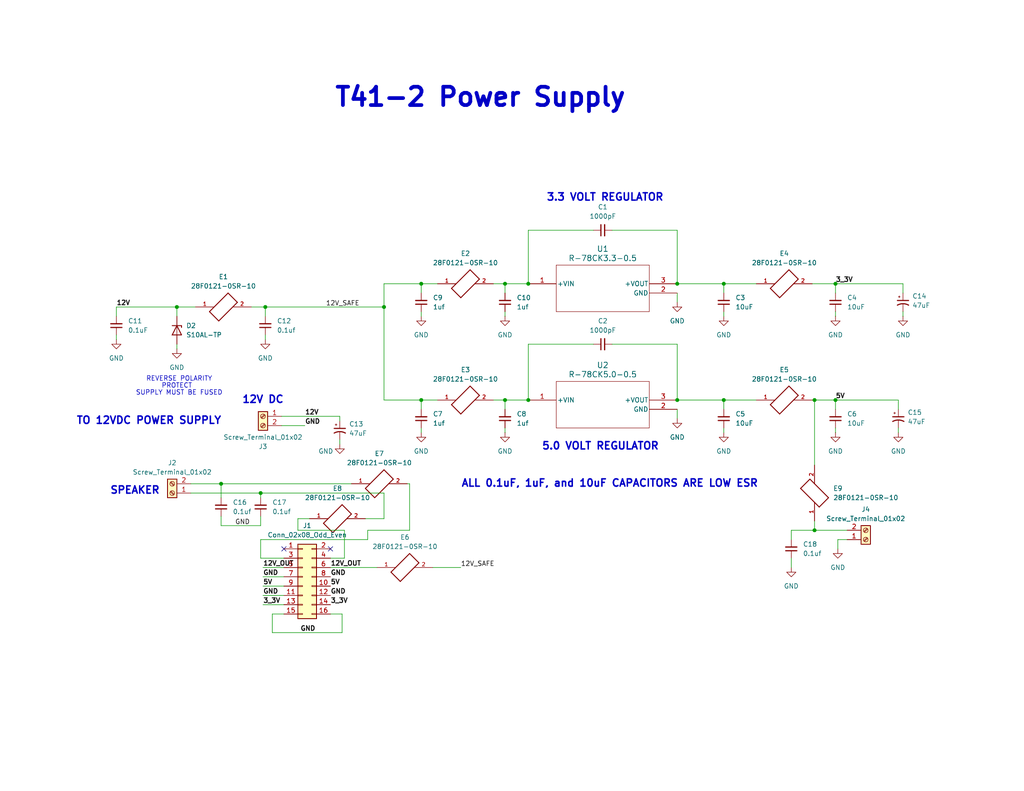
<source format=kicad_sch>
(kicad_sch (version 20231120) (generator "eeschema") (generator_version "8.0")
  (paper "USLetter")
  (title_block (title "T41-2 Power Supply") (date "2024-04-02") (company "Greg KF5N"))
  (lib_symbols
    (symbol "Connector:Screw_Terminal_01x02" (pin_names (offset 1.016) hide)
      (property "Reference" "J" (at 0 2.54 0))
      (property "Value" "Screw_Terminal_01x02" (at 0 -5.08 0))
      (symbol "Screw_Terminal_01x02_1_1"
        (rectangle (start -1.27 1.27) (end 1.27 -3.81) (stroke (width 0.254)) (fill (type background)))
        (circle (center 0 -2.54) (radius 0.635) (stroke (width 0.1524)))
        (polyline (pts (xy -0.5334 -2.2098) (xy 0.3302 -3.048)) (stroke (width 0.1524)))
        (polyline (pts (xy -0.5334 0.3302) (xy 0.3302 -0.508)) (stroke (width 0.1524)))
        (polyline (pts (xy -0.3556 -2.032) (xy 0.508 -2.8702)) (stroke (width 0.1524)))
        (polyline (pts (xy -0.3556 0.508) (xy 0.508 -0.3302)) (stroke (width 0.1524)))
        (circle (center 0 0) (radius 0.635) (stroke (width 0.1524)))
        (pin passive line (at -5.08 0 0) (length 3.81) (name "Pin_1") (number "1"))
        (pin passive line (at -5.08 -2.54 0) (length 3.81) (name "Pin_2") (number "2"))
      )
    )
    (symbol "Connector_Generic:Conn_02x08_Odd_Even" (pin_names (offset 1.016) hide)
      (property "Reference" "J" (at 1.27 10.16 0))
      (property "Value" "Conn_02x08_Odd_Even" (at 1.27 -12.7 0))
      (symbol "Conn_02x08_Odd_Even_1_1"
        (rectangle (start -1.27 -10.033) (end 0 -10.287) (stroke (width 0.1524)))
        (rectangle (start -1.27 -7.493) (end 0 -7.747) (stroke (width 0.1524)))
        (rectangle (start -1.27 -4.953) (end 0 -5.207) (stroke (width 0.1524)))
        (rectangle (start -1.27 -2.413) (end 0 -2.667) (stroke (width 0.1524)))
        (rectangle (start -1.27 0.127) (end 0 -0.127) (stroke (width 0.1524)))
        (rectangle (start -1.27 2.667) (end 0 2.413) (stroke (width 0.1524)))
        (rectangle (start -1.27 5.207) (end 0 4.953) (stroke (width 0.1524)))
        (rectangle (start -1.27 7.747) (end 0 7.493) (stroke (width 0.1524)))
        (rectangle (start -1.27 8.89) (end 3.81 -11.43) (stroke (width 0.254)) (fill (type background)))
        (rectangle (start 3.81 -10.033) (end 2.54 -10.287) (stroke (width 0.1524)))
        (rectangle (start 3.81 -7.493) (end 2.54 -7.747) (stroke (width 0.1524)))
        (rectangle (start 3.81 -4.953) (end 2.54 -5.207) (stroke (width 0.1524)))
        (rectangle (start 3.81 -2.413) (end 2.54 -2.667) (stroke (width 0.1524)))
        (rectangle (start 3.81 0.127) (end 2.54 -0.127) (stroke (width 0.1524)))
        (rectangle (start 3.81 2.667) (end 2.54 2.413) (stroke (width 0.1524)))
        (rectangle (start 3.81 5.207) (end 2.54 4.953) (stroke (width 0.1524)))
        (rectangle (start 3.81 7.747) (end 2.54 7.493) (stroke (width 0.1524)))
        (pin passive line (at -5.08 7.62 0) (length 3.81) (name "Pin_1") (number "1"))
        (pin passive line (at 7.62 -2.54 180) (length 3.81) (name "Pin_10") (number "10"))
        (pin passive line (at -5.08 -5.08 0) (length 3.81) (name "Pin_11") (number "11"))
        (pin passive line (at 7.62 -5.08 180) (length 3.81) (name "Pin_12") (number "12"))
        (pin passive line (at -5.08 -7.62 0) (length 3.81) (name "Pin_13") (number "13"))
        (pin passive line (at 7.62 -7.62 180) (length 3.81) (name "Pin_14") (number "14"))
        (pin passive line (at -5.08 -10.16 0) (length 3.81) (name "Pin_15") (number "15"))
        (pin passive line (at 7.62 -10.16 180) (length 3.81) (name "Pin_16") (number "16"))
        (pin passive line (at 7.62 7.62 180) (length 3.81) (name "Pin_2") (number "2"))
        (pin passive line (at -5.08 5.08 0) (length 3.81) (name "Pin_3") (number "3"))
        (pin passive line (at 7.62 5.08 180) (length 3.81) (name "Pin_4") (number "4"))
        (pin passive line (at -5.08 2.54 0) (length 3.81) (name "Pin_5") (number "5"))
        (pin passive line (at 7.62 2.54 180) (length 3.81) (name "Pin_6") (number "6"))
        (pin passive line (at -5.08 0 0) (length 3.81) (name "Pin_7") (number "7"))
        (pin passive line (at 7.62 0 180) (length 3.81) (name "Pin_8") (number "8"))
        (pin passive line (at -5.08 -2.54 0) (length 3.81) (name "Pin_9") (number "9"))
      )
    )
    (symbol "Device:C_Polarized_Small_US" (pin_numbers hide) (pin_names (offset 0.254) hide)
      (property "Reference" "C" (at 0.254 1.778 0))
      (property "Value" "C_Polarized_Small_US" (at 0.254 -2.032 0))
      (symbol "C_Polarized_Small_US_0_1"
        (polyline (pts (xy -1.524 0.508) (xy 1.524 0.508)) (stroke (width 0.3048)))
        (polyline (pts (xy -1.27 1.524) (xy -0.762 1.524)))
        (polyline (pts (xy -1.016 1.27) (xy -1.016 1.778)))
        (arc (start 1.524 -0.762) (mid 0 -0.3734) (end -1.524 -0.762) (stroke (width 0.3048)))
      )
      (symbol "C_Polarized_Small_US_1_1"
        (pin passive line (at 0 2.54 270) (length 2.032) (name "~") (number "1"))
        (pin passive line (at 0 -2.54 90) (length 2.032) (name "~") (number "2"))
      )
    )
    (symbol "Device:C_Small" (pin_numbers hide) (pin_names (offset 0.254) hide)
      (property "Reference" "C" (at 0.254 1.778 0))
      (property "Value" "C_Small" (at 0.254 -2.032 0))
      (symbol "C_Small_0_1"
        (polyline (pts (xy -1.524 -0.508) (xy 1.524 -0.508)) (stroke (width 0.3302)))
        (polyline (pts (xy -1.524 0.508) (xy 1.524 0.508)) (stroke (width 0.3048)))
      )
      (symbol "C_Small_1_1"
        (pin passive line (at 0 2.54 270) (length 2.032) (name "~") (number "1"))
        (pin passive line (at 0 -2.54 90) (length 2.032) (name "~") (number "2"))
      )
    )
    (symbol "Diode:Z3SMCxxx" (pin_numbers hide) (pin_names hide)
      (property "Reference" "D" (at 0 2.54 0))
      (property "Value" "Z3SMCxxx" (at 0 -2.54 0))
      (symbol "Z3SMCxxx_0_1"
        (polyline (pts (xy 1.27 0) (xy -1.27 0)))
        (polyline (pts (xy -1.27 -1.27) (xy -1.27 1.27) (xy -0.762 1.27)) (stroke (width 0.254)))
        (polyline (pts (xy 1.27 -1.27) (xy 1.27 1.27) (xy -1.27 0) (xy 1.27 -1.27)) (stroke (width 0.254)))
      )
      (symbol "Z3SMCxxx_1_1"
        (pin passive line (at -3.81 0 0) (length 2.54) (name "K") (number "1"))
        (pin passive line (at 3.81 0 180) (length 2.54) (name "A") (number "2"))
      )
    )
    (symbol "LairdFerrBead:28F0121-0SR-10" (pin_names (offset 1.016))
      (property "Reference" "E" (at -7.6244 5.0815 0))
      (property "Value" "28F0121-0SR-10" (at -7.63 -7.6266 0))
      (symbol "28F0121-0SR-10_0_0"
        (polyline (pts (xy -3.81 -1.27) (xy -1.27 -3.81)) (stroke (width 0.254)))
        (polyline (pts (xy -1.27 -3.81) (xy 3.81 1.27)) (stroke (width 0.254)))
        (polyline (pts (xy 1.27 3.81) (xy -3.81 -1.27)) (stroke (width 0.254)))
        (polyline (pts (xy 3.81 1.27) (xy 1.27 3.81)) (stroke (width 0.254)))
        (pin passive line (at -7.62 0 0) (length 5.08) (name "~") (number "1"))
        (pin passive line (at 7.62 0 180) (length 5.08) (name "~") (number "2"))
      )
    )
    (symbol "R78CK3_3_0:R-78CK3.3-0.5" (pin_names (offset 0.254))
      (property "Reference" "U" (at 20.32 10.16 0))
      (property "Value" "R-78CK3.3-0.5" (at 20.32 7.62 0))
      (symbol "R-78CK3.3-0.5_0_1"
        (polyline (pts (xy 7.62 -7.62) (xy 33.02 -7.62)) (stroke (width 0.127)))
        (polyline (pts (xy 7.62 5.08) (xy 7.62 -7.62)) (stroke (width 0.127)))
        (polyline (pts (xy 33.02 -7.62) (xy 33.02 5.08)) (stroke (width 0.127)))
        (polyline (pts (xy 33.02 5.08) (xy 7.62 5.08)) (stroke (width 0.127)))
        (pin power_in line (at 0 0 0) (length 7.62) (name "+VIN") (number "1"))
        (pin power_out line (at 40.64 -2.54 180) (length 7.62) (name "GND") (number "2"))
        (pin power_in line (at 40.64 0 180) (length 7.62) (name "+VOUT") (number "3"))
      )
    )
    (symbol "power:GND" (power) (pin_numbers hide) (pin_names (offset 0) hide)
      (property "Value" "GND" (at 0 -3.81 0))
      (symbol "GND_0_1"
        (polyline (pts (xy 0 0) (xy 0 -1.27) (xy 1.27 -1.27) (xy 0 -2.54) (xy -1.27 -1.27) (xy 0 -1.27)))
      )
      (symbol "GND_1_1"
        (pin power_in line (at 0 0 270) (length 0) (name "~") (number "1"))
      )
    )
  )
  (junction (at 227.965 77.47))
  (junction (at 144.145 109.22))
  (junction (at 104.775 83.82))
  (junction (at 144.145 77.47))
  (junction (at 197.485 77.47))
  (junction (at 137.795 109.22))
  (junction (at 184.785 77.47))
  (junction (at 60.325 132.08))
  (junction (at 114.935 77.47))
  (junction (at 227.965 109.22))
  (junction (at 114.935 109.22))
  (junction (at 184.785 109.22))
  (junction (at 197.485 109.22))
  (junction (at 137.795 77.47))
  (junction (at 72.39 83.82))
  (junction (at 222.25 144.78))
  (junction (at 71.12 134.62))
  (junction (at 48.26 83.82))
  (junction (at 222.25 109.22))
  (no_connect (at 77.47 149.86))
  (no_connect (at 90.17 149.86))
  (wire (pts (xy 144.145 109.22) (xy 144.145 93.98)))
  (wire (pts (xy 228.6 147.32) (xy 228.6 149.86)))
  (wire (pts (xy 77.47 152.4) (xy 71.12 152.4)))
  (wire (pts (xy 71.755 154.94) (xy 77.47 154.94)))
  (wire (pts (xy 137.795 85.09) (xy 137.795 86.36)))
  (wire (pts (xy 197.485 80.01) (xy 197.485 77.47)))
  (wire (pts (xy 92.71 120.015) (xy 92.71 121.285)))
  (wire (pts (xy 137.795 77.47) (xy 144.145 77.47)))
  (wire (pts (xy 48.26 83.82) (xy 48.26 86.36)))
  (wire (pts (xy 72.39 91.44) (xy 72.39 92.71)))
  (wire (pts (xy 134.62 109.22) (xy 137.795 109.22)))
  (wire (pts (xy 111.76 132.08) (xy 111.125 132.08)))
  (wire (pts (xy 246.38 85.09) (xy 246.38 86.36)))
  (wire (pts (xy 215.9 144.78) (xy 222.25 144.78)))
  (wire (pts (xy 114.935 111.76) (xy 114.935 109.22)))
  (wire (pts (xy 104.775 77.47) (xy 104.775 83.82)))
  (wire (pts (xy 31.75 83.82) (xy 48.26 83.82)))
  (wire (pts (xy 68.58 83.82) (xy 72.39 83.82)))
  (wire (pts (xy 144.145 62.865) (xy 161.925 62.865)))
  (wire (pts (xy 227.965 109.22) (xy 245.11 109.22)))
  (wire (pts (xy 52.07 132.08) (xy 60.325 132.08)))
  (wire (pts (xy 114.935 77.47) (xy 104.775 77.47)))
  (wire (pts (xy 215.9 147.32) (xy 215.9 144.78)))
  (wire (pts (xy 48.26 93.98) (xy 48.26 95.25)))
  (wire (pts (xy 31.75 91.44) (xy 31.75 92.71)))
  (wire (pts (xy 114.935 85.09) (xy 114.935 86.36)))
  (wire (pts (xy 71.12 147.32) (xy 100.33 147.32)))
  (wire (pts (xy 104.775 141.605) (xy 99.695 141.605)))
  (wire (pts (xy 184.785 93.98) (xy 184.785 109.22)))
  (wire (pts (xy 114.935 80.01) (xy 114.935 77.47)))
  (wire (pts (xy 111.76 144.78) (xy 111.76 132.08)))
  (wire (pts (xy 167.005 93.98) (xy 184.785 93.98)))
  (wire (pts (xy 71.755 165.1) (xy 77.47 165.1)))
  (wire (pts (xy 222.25 142.24) (xy 222.25 144.78)))
  (wire (pts (xy 71.12 152.4) (xy 71.12 147.32)))
  (wire (pts (xy 137.795 77.47) (xy 137.795 80.01)))
  (wire (pts (xy 92.71 114.935) (xy 92.71 113.665)))
  (wire (pts (xy 104.775 134.62) (xy 104.775 141.605)))
  (wire (pts (xy 184.785 77.47) (xy 197.485 77.47)))
  (wire (pts (xy 52.07 134.62) (xy 71.12 134.62)))
  (wire (pts (xy 231.14 147.32) (xy 228.6 147.32)))
  (wire (pts (xy 104.775 109.22) (xy 114.935 109.22)))
  (wire (pts (xy 104.775 83.82) (xy 104.775 109.22)))
  (wire (pts (xy 71.755 160.02) (xy 77.47 160.02)))
  (wire (pts (xy 114.935 109.22) (xy 119.38 109.22)))
  (wire (pts (xy 222.25 144.78) (xy 231.14 144.78)))
  (wire (pts (xy 71.12 134.62) (xy 71.12 135.89)))
  (wire (pts (xy 227.965 77.47) (xy 246.38 77.47)))
  (wire (pts (xy 134.62 77.47) (xy 137.795 77.47)))
  (wire (pts (xy 31.75 86.36) (xy 31.75 83.82)))
  (wire (pts (xy 90.17 154.94) (xy 102.87 154.94)))
  (wire (pts (xy 197.485 116.84) (xy 197.485 118.11)))
  (wire (pts (xy 144.145 93.98) (xy 161.925 93.98)))
  (wire (pts (xy 60.325 132.08) (xy 60.325 135.89)))
  (wire (pts (xy 60.325 132.08) (xy 95.885 132.08)))
  (wire (pts (xy 184.785 109.22) (xy 197.485 109.22)))
  (wire (pts (xy 100.33 147.32) (xy 100.33 144.78)))
  (wire (pts (xy 227.965 77.47) (xy 227.965 80.01)))
  (wire (pts (xy 90.17 152.4) (xy 93.98 152.4)))
  (wire (pts (xy 245.11 116.84) (xy 245.11 118.11)))
  (wire (pts (xy 93.98 152.4) (xy 93.98 144.78)))
  (wire (pts (xy 90.17 167.64) (xy 93.345 167.64)))
  (wire (pts (xy 93.345 172.72) (xy 93.345 167.64)))
  (wire (pts (xy 245.11 109.22) (xy 245.11 111.76)))
  (wire (pts (xy 76.835 116.205) (xy 83.185 116.205)))
  (wire (pts (xy 197.485 109.22) (xy 197.485 111.76)))
  (wire (pts (xy 246.38 77.47) (xy 246.38 80.01)))
  (wire (pts (xy 72.39 83.82) (xy 104.775 83.82)))
  (wire (pts (xy 222.25 109.22) (xy 222.25 127)))
  (wire (pts (xy 114.935 116.84) (xy 114.935 118.11)))
  (wire (pts (xy 167.005 62.865) (xy 184.785 62.865)))
  (wire (pts (xy 221.615 109.22) (xy 222.25 109.22)))
  (wire (pts (xy 71.755 162.56) (xy 77.47 162.56)))
  (wire (pts (xy 100.33 144.78) (xy 111.76 144.78)))
  (wire (pts (xy 81.28 144.78) (xy 81.28 141.605)))
  (wire (pts (xy 118.11 154.94) (xy 125.73 154.94)))
  (wire (pts (xy 197.485 77.47) (xy 206.375 77.47)))
  (wire (pts (xy 137.795 109.22) (xy 137.795 111.76)))
  (wire (pts (xy 184.785 111.76) (xy 184.785 114.3)))
  (wire (pts (xy 184.785 62.865) (xy 184.785 77.47)))
  (wire (pts (xy 72.39 83.82) (xy 72.39 86.36)))
  (wire (pts (xy 76.835 113.665) (xy 92.71 113.665)))
  (wire (pts (xy 137.795 109.22) (xy 144.145 109.22)))
  (wire (pts (xy 184.785 80.01) (xy 184.785 82.55)))
  (wire (pts (xy 74.295 172.72) (xy 93.345 172.72)))
  (wire (pts (xy 114.935 77.47) (xy 119.38 77.47)))
  (wire (pts (xy 71.755 157.48) (xy 77.47 157.48)))
  (wire (pts (xy 222.25 109.22) (xy 227.965 109.22)))
  (wire (pts (xy 137.795 116.84) (xy 137.795 118.11)))
  (wire (pts (xy 215.9 152.4) (xy 215.9 154.94)))
  (wire (pts (xy 71.12 140.97) (xy 71.12 143.51)))
  (wire (pts (xy 93.98 144.78) (xy 81.28 144.78)))
  (wire (pts (xy 227.965 85.09) (xy 227.965 86.36)))
  (wire (pts (xy 221.615 77.47) (xy 227.965 77.47)))
  (wire (pts (xy 227.965 116.84) (xy 227.965 118.11)))
  (wire (pts (xy 60.325 143.51) (xy 60.325 140.97)))
  (wire (pts (xy 197.485 85.09) (xy 197.485 86.36)))
  (wire (pts (xy 77.47 167.64) (xy 74.295 167.64)))
  (wire (pts (xy 74.295 167.64) (xy 74.295 172.72)))
  (wire (pts (xy 71.12 143.51) (xy 60.325 143.51)))
  (wire (pts (xy 81.28 141.605) (xy 84.455 141.605)))
  (wire (pts (xy 227.965 109.22) (xy 227.965 111.76)))
  (wire (pts (xy 144.145 77.47) (xy 144.145 62.865)))
  (wire (pts (xy 71.12 134.62) (xy 104.775 134.62)))
  (wire (pts (xy 48.26 83.82) (xy 53.34 83.82)))
  (wire (pts (xy 197.485 109.22) (xy 206.375 109.22)))
  (text "SUPPLY MUST BE FUSED" (at 48.895 107.315 0) (effects (font (size 1.27 1.27))))
  (text "SPEAKER" (at 36.83 133.985 0) (effects (font (size 2 2) (thickness 0.4) (bold yes))))
  (text "T41-2 Power Supply" (at 131.064 26.67 0) (effects (font (size 5 5) (thickness 1.016) (bold yes))))
  (text "3.3 VOLT REGULATOR" (at 165.1 53.975 0) (effects (font (size 2 2) (bold yes))))
  (text "ALL 0.1uF, 1uF, and 10uF CAPACITORS ARE LOW ESR" (at 166.37 132.08 0) (effects (font (size 2 2) (thickness 0.4) (bold yes))))
  (text "12V DC" (at 71.755 109.22 0) (effects (font (size 2 2) (bold yes))))
  (text "REVERSE POLARITY" (at 48.895 103.505 0) (effects (font (size 1.27 1.27))))
  (text "PROTECT" (at 48.26 105.41 0) (effects (font (size 1.27 1.27))))
  (text "TO 12VDC POWER SUPPLY" (at 40.64 114.935 0) (effects (font (size 2 2) (thickness 0.4) (bold yes))))
  (text "5.0 VOLT REGULATOR" (at 163.83 121.92 0) (effects (font (size 2 2) (bold yes))))
  (label "3_3V" (at 227.965 77.47 0) (effects (font (bold yes))))
  (label "GND" (at 83.185 116.205 0) (effects (font (bold yes))))
  (label "GND" (at 64.135 143.51 0))
  (label "GND" (at 71.755 162.56 0) (effects (font (bold yes))))
  (label "GND" (at 81.915 172.72 0) (effects (font (bold yes))))
  (label "3_3V" (at 90.17 165.1 0) (effects (font (bold yes))))
  (label "12V_SAFE" (at 125.73 154.94 0))
  (label "5V" (at 71.755 160.02 0) (effects (font (bold yes))))
  (label "5V" (at 227.965 109.22 0) (effects (font (bold yes))))
  (label "GND" (at 90.17 162.56 0) (effects (font (bold yes))))
  (label "GND" (at 71.755 157.48 0) (effects (font (bold yes))))
  (label "5V" (at 90.17 160.02 0) (effects (font (bold yes))))
  (label "12V_SAFE" (at 88.9 83.82 0))
  (label "12V_OUT" (at 71.755 154.94 0) (effects (font (bold yes))))
  (label "12V" (at 31.75 83.82 0) (effects (font (bold yes))))
  (label "GND" (at 90.17 157.48 0) (effects (font (bold yes))))
  (label "12V" (at 83.185 113.665 0) (effects (font (bold yes))))
  (label "3_3V" (at 71.755 165.1 0) (effects (font (bold yes))))
  (label "12V_OUT" (at 90.17 154.94 0) (effects (font (bold yes))))
  (symbol (lib_id "LairdFerrBead:28F0121-0SR-10") (at 110.49 154.94 0) (unit 1)
    (property "Reference" "E6" (at 110.49 146.685 0))
    (property "Value" "28F0121-0SR-10" (at 110.49 149.225 0))
    (property "Footprint" "28F0121_0SR_10:FB_28F0121-0SR-10" (effects (hide yes)))
    (property "PARTREV" "J" (effects (hide yes)))
    (property "STANDARD" "Manufacturer Recommendations" (effects (hide yes)))
    (property "MAXIMUM_PACKAGE_HEIGHT" "3.05 mm" (effects (hide yes)))
    (property "MANUFACTURER" "Laird" (effects (hide yes)))
  )
  (symbol (lib_id "power:GND") (at 72.39 92.71 0) (unit 1)
    (property "Reference" "#PWR012" (effects (hide yes)))
    (property "Value" "GND" (at 72.39 97.79 0))
    (property "Description" "Power symbol creates a global label with name \"GND\" , ground" (effects (hide yes)))
  )
  (symbol (lib_id "power:GND") (at 228.6 149.86 0) (unit 1)
    (property "Reference" "#PWR017" (effects (hide yes)))
    (property "Value" "GND" (at 228.6 154.94 0))
    (property "Description" "Power symbol creates a global label with name \"GND\" , ground" (effects (hide yes)))
  )
  (symbol (lib_id "LairdFerrBead:28F0121-0SR-10") (at 213.995 77.47 0) (unit 1)
    (property "Reference" "E4" (at 213.995 69.215 0))
    (property "Value" "28F0121-0SR-10" (at 213.995 71.755 0))
    (property "Footprint" "28F0121_0SR_10:FB_28F0121-0SR-10" (effects (hide yes)))
    (property "PARTREV" "J" (effects (hide yes)))
    (property "STANDARD" "Manufacturer Recommendations" (effects (hide yes)))
    (property "MAXIMUM_PACKAGE_HEIGHT" "3.05 mm" (effects (hide yes)))
    (property "MANUFACTURER" "Laird" (effects (hide yes)))
  )
  (symbol (lib_id "Device:C_Small") (at 215.9 149.86 180) (unit 1)
    (property "Reference" "C18" (at 219.075 148.5835 0) (effects (justify right)))
    (property "Value" "0.1uf" (at 219.075 151.1235 0) (effects (justify right)))
    (property "Footprint" "Capacitor_SMD:C_1206_3216Metric" (effects (hide yes)))
    (property "Description" "Unpolarized capacitor, small symbol" (effects (hide yes)))
  )
  (symbol (lib_id "power:GND") (at 31.75 92.71 0) (unit 1)
    (property "Reference" "#PWR013" (effects (hide yes)))
    (property "Value" "GND" (at 31.75 97.79 0))
    (property "Description" "Power symbol creates a global label with name \"GND\" , ground" (effects (hide yes)))
  )
  (symbol (lib_id "power:GND") (at 92.71 121.285 0) (unit 1)
    (property "Reference" "#PWR014" (effects (hide yes)))
    (property "Value" "GND" (at 88.9 123.19 0))
    (property "Description" "Power symbol creates a global label with name \"GND\" , ground" (effects (hide yes)))
  )
  (symbol (lib_id "power:GND") (at 197.485 86.36 0) (unit 1)
    (property "Reference" "#PWR03" (effects (hide yes)))
    (property "Value" "GND" (at 197.485 91.44 0))
    (property "Description" "Power symbol creates a global label with name \"GND\" , ground" (effects (hide yes)))
  )
  (symbol (lib_id "LairdFerrBead:28F0121-0SR-10") (at 213.995 109.22 0) (unit 1)
    (property "Reference" "E5" (at 213.995 100.965 0))
    (property "Value" "28F0121-0SR-10" (at 213.995 103.505 0))
    (property "Footprint" "28F0121_0SR_10:FB_28F0121-0SR-10" (effects (hide yes)))
    (property "PARTREV" "J" (effects (hide yes)))
    (property "STANDARD" "Manufacturer Recommendations" (effects (hide yes)))
    (property "MAXIMUM_PACKAGE_HEIGHT" "3.05 mm" (effects (hide yes)))
    (property "MANUFACTURER" "Laird" (effects (hide yes)))
  )
  (symbol (lib_id "power:GND") (at 114.935 118.11 0) (unit 1)
    (property "Reference" "#PWR07" (effects (hide yes)))
    (property "Value" "GND" (at 114.935 123.19 0))
    (property "Description" "Power symbol creates a global label with name \"GND\" , ground" (effects (hide yes)))
  )
  (symbol (lib_id "Device:C_Small") (at 227.965 114.3 180) (unit 1)
    (property "Reference" "C6" (at 231.14 113.0235 0) (effects (justify right)))
    (property "Value" "10uF" (at 231.14 115.5635 0) (effects (justify right)))
    (property "Footprint" "Capacitor_SMD:C_1206_3216Metric" (effects (hide yes)))
    (property "Description" "Unpolarized capacitor, small symbol" (effects (hide yes)))
  )
  (symbol (lib_id "Device:C_Polarized_Small_US") (at 92.71 117.475 0) (unit 1)
    (property "Reference" "C13" (at 95.25 115.7731 0) (effects (justify left)))
    (property "Value" "47uF" (at 95.25 118.3131 0) (effects (justify left)))
    (property "Footprint" "Capacitor_SMD:CP_Elec_6.3x5.7" (effects (hide yes)))
    (property "Description" "Polarized capacitor, small US symbol" (effects (hide yes)))
  )
  (symbol (lib_id "LairdFerrBead:28F0121-0SR-10") (at 222.25 134.62 90) (unit 1)
    (property "Reference" "E9" (at 227.33 133.3499 90) (effects (justify right)))
    (property "Value" "28F0121-0SR-10" (at 227.33 135.8899 90) (effects (justify right)))
    (property "Footprint" "28F0121_0SR_10:FB_28F0121-0SR-10" (effects (hide yes)))
    (property "PARTREV" "J" (effects (hide yes)))
    (property "STANDARD" "Manufacturer Recommendations" (effects (hide yes)))
    (property "MAXIMUM_PACKAGE_HEIGHT" "3.05 mm" (effects (hide yes)))
    (property "MANUFACTURER" "Laird" (effects (hide yes)))
  )
  (symbol (lib_id "Connector:Screw_Terminal_01x02") (at 236.22 147.32 0) (mirror x) (unit 1)
    (property "Reference" "J4" (at 236.22 139.065 0))
    (property "Value" "Screw_Terminal_01x02" (at 236.22 141.605 0))
    (property "Footprint" "TerminalBlock_Philmore:TerminalBlock_Philmore_TB132_1x02_P5.00mm_Horizontal" (effects (hide yes)))
    (property "Description" "Generic screw terminal, single row, 01x02, script generated (kicad-library-utils/schlib/autogen/connector/)" (effects (hide yes)))
  )
  (symbol (lib_id "Device:C_Polarized_Small_US") (at 246.38 82.55 0) (unit 1)
    (property "Reference" "C14" (at 248.92 80.8481 0) (effects (justify left)))
    (property "Value" "47uF" (at 248.92 83.3881 0) (effects (justify left)))
    (property "Footprint" "Capacitor_SMD:CP_Elec_6.3x5.7" (effects (hide yes)))
    (property "Description" "Polarized capacitor, small US symbol" (effects (hide yes)))
  )
  (symbol (lib_id "LairdFerrBead:28F0121-0SR-10") (at 92.075 141.605 0) (unit 1)
    (property "Reference" "E8" (at 92.075 133.35 0))
    (property "Value" "28F0121-0SR-10" (at 92.075 135.89 0))
    (property "Footprint" "28F0121_0SR_10:FB_28F0121-0SR-10" (effects (hide yes)))
    (property "PARTREV" "J" (effects (hide yes)))
    (property "STANDARD" "Manufacturer Recommendations" (effects (hide yes)))
    (property "MAXIMUM_PACKAGE_HEIGHT" "3.05 mm" (effects (hide yes)))
    (property "MANUFACTURER" "Laird" (effects (hide yes)))
  )
  (symbol (lib_id "Device:C_Small") (at 197.485 82.55 180) (unit 1)
    (property "Reference" "C3" (at 200.66 81.2735 0) (effects (justify right)))
    (property "Value" "10uF" (at 200.66 83.8135 0) (effects (justify right)))
    (property "Footprint" "Capacitor_SMD:C_1206_3216Metric" (effects (hide yes)))
    (property "Description" "Unpolarized capacitor, small symbol" (effects (hide yes)))
  )
  (symbol (lib_id "Device:C_Small") (at 31.75 88.9 180) (unit 1)
    (property "Reference" "C11" (at 34.925 87.6235 0) (effects (justify right)))
    (property "Value" "0.1uF" (at 34.925 90.1635 0) (effects (justify right)))
    (property "Footprint" "Capacitor_SMD:C_1206_3216Metric" (effects (hide yes)))
    (property "Description" "Unpolarized capacitor, small symbol" (effects (hide yes)))
  )
  (symbol (lib_id "power:GND") (at 184.785 114.3 0) (unit 1)
    (property "Reference" "#PWR02" (effects (hide yes)))
    (property "Value" "GND" (at 184.785 119.38 0))
    (property "Description" "Power symbol creates a global label with name \"GND\" , ground" (effects (hide yes)))
  )
  (symbol (lib_id "Device:C_Small") (at 114.935 114.3 180) (unit 1)
    (property "Reference" "C7" (at 118.11 113.0235 0) (effects (justify right)))
    (property "Value" "1uf" (at 118.11 115.5635 0) (effects (justify right)))
    (property "Footprint" "Capacitor_SMD:C_1206_3216Metric" (effects (hide yes)))
    (property "Description" "Unpolarized capacitor, small symbol" (effects (hide yes)))
  )
  (symbol (lib_id "Device:C_Small") (at 72.39 88.9 180) (unit 1)
    (property "Reference" "C12" (at 75.565 87.6235 0) (effects (justify right)))
    (property "Value" "0.1uf" (at 75.565 90.1635 0) (effects (justify right)))
    (property "Footprint" "Capacitor_SMD:C_1206_3216Metric" (effects (hide yes)))
    (property "Description" "Unpolarized capacitor, small symbol" (effects (hide yes)))
  )
  (symbol (lib_id "Connector:Screw_Terminal_01x02") (at 71.755 113.665 0) (mirror y) (unit 1)
    (property "Reference" "J3" (at 71.755 121.92 0))
    (property "Value" "Screw_Terminal_01x02" (at 71.755 119.38 0))
    (property "Footprint" "TerminalBlock_Philmore:TerminalBlock_Philmore_TB132_1x02_P5.00mm_Horizontal" (effects (hide yes)))
    (property "Description" "Generic screw terminal, single row, 01x02, script generated (kicad-library-utils/schlib/autogen/connector/)" (effects (hide yes)))
  )
  (symbol (lib_id "Connector_Generic:Conn_02x08_Odd_Even") (at 82.55 157.48 0) (unit 1)
    (property "Reference" "J1" (at 83.82 143.51 0))
    (property "Value" "Conn_02x08_Odd_Even" (at 83.82 146.05 0))
    (property "Footprint" "Connector_IDC:IDC-Header_2x08_P2.54mm_Vertical" (effects (hide yes)))
    (property "Description" "Generic connector, double row, 02x08, odd/even pin numbering scheme (row 1 odd numbers, row 2 even numbers), script generated (kicad-library-utils/schlib/autogen/connector/)" (effects (hide yes)))
  )
  (symbol (lib_id "power:GND") (at 246.38 86.36 0) (unit 1)
    (property "Reference" "#PWR015" (effects (hide yes)))
    (property "Value" "GND" (at 246.38 91.44 0))
    (property "Description" "Power symbol creates a global label with name \"GND\" , ground" (effects (hide yes)))
  )
  (symbol (lib_id "Device:C_Polarized_Small_US") (at 245.11 114.3 0) (unit 1)
    (property "Reference" "C15" (at 247.65 112.5981 0) (effects (justify left)))
    (property "Value" "47uF" (at 247.65 115.1381 0) (effects (justify left)))
    (property "Footprint" "Capacitor_SMD:CP_Elec_6.3x5.7" (effects (hide yes)))
    (property "Description" "Polarized capacitor, small US symbol" (effects (hide yes)))
  )
  (symbol (lib_id "Device:C_Small") (at 197.485 114.3 180) (unit 1)
    (property "Reference" "C5" (at 200.66 113.0235 0) (effects (justify right)))
    (property "Value" "10uF" (at 200.66 115.5635 0) (effects (justify right)))
    (property "Footprint" "Capacitor_SMD:C_1206_3216Metric" (effects (hide yes)))
    (property "Description" "Unpolarized capacitor, small symbol" (effects (hide yes)))
  )
  (symbol (lib_id "Device:C_Small") (at 71.12 138.43 180) (unit 1)
    (property "Reference" "C17" (at 74.295 137.1535 0) (effects (justify right)))
    (property "Value" "0.1uf" (at 74.295 139.6935 0) (effects (justify right)))
    (property "Footprint" "Capacitor_SMD:C_1206_3216Metric" (effects (hide yes)))
    (property "Description" "Unpolarized capacitor, small symbol" (effects (hide yes)))
  )
  (symbol (lib_id "power:GND") (at 197.485 118.11 0) (unit 1)
    (property "Reference" "#PWR05" (effects (hide yes)))
    (property "Value" "GND" (at 197.485 123.19 0))
    (property "Description" "Power symbol creates a global label with name \"GND\" , ground" (effects (hide yes)))
  )
  (symbol (lib_id "power:GND") (at 245.11 118.11 0) (unit 1)
    (property "Reference" "#PWR016" (effects (hide yes)))
    (property "Value" "GND" (at 245.11 123.19 0))
    (property "Description" "Power symbol creates a global label with name \"GND\" , ground" (effects (hide yes)))
  )
  (symbol (lib_id "LairdFerrBead:28F0121-0SR-10") (at 127 77.47 0) (unit 1)
    (property "Reference" "E2" (at 127 69.215 0))
    (property "Value" "28F0121-0SR-10" (at 127 71.755 0))
    (property "Footprint" "28F0121_0SR_10:FB_28F0121-0SR-10" (effects (hide yes)))
    (property "PARTREV" "J" (effects (hide yes)))
    (property "STANDARD" "Manufacturer Recommendations" (effects (hide yes)))
    (property "MAXIMUM_PACKAGE_HEIGHT" "3.05 mm" (effects (hide yes)))
    (property "MANUFACTURER" "Laird" (effects (hide yes)))
  )
  (symbol (lib_id "power:GND") (at 114.935 86.36 0) (unit 1)
    (property "Reference" "#PWR09" (effects (hide yes)))
    (property "Value" "GND" (at 114.935 91.44 0))
    (property "Description" "Power symbol creates a global label with name \"GND\" , ground" (effects (hide yes)))
  )
  (symbol (lib_id "Device:C_Small") (at 60.325 138.43 180) (unit 1)
    (property "Reference" "C16" (at 63.5 137.1535 0) (effects (justify right)))
    (property "Value" "0.1uf" (at 63.5 139.6935 0) (effects (justify right)))
    (property "Footprint" "Capacitor_SMD:C_1206_3216Metric" (effects (hide yes)))
    (property "Description" "Unpolarized capacitor, small symbol" (effects (hide yes)))
  )
  (symbol (lib_id "Device:C_Small") (at 164.465 62.865 90) (unit 1)
    (property "Reference" "C1" (at 164.4713 56.515 90))
    (property "Value" "1000pF" (at 164.4713 59.055 90))
    (property "Footprint" "Capacitor_SMD:C_1206_3216Metric" (effects (hide yes)))
    (property "Description" "Unpolarized capacitor, small symbol" (effects (hide yes)))
  )
  (symbol (lib_id "power:GND") (at 215.9 154.94 0) (unit 1)
    (property "Reference" "#PWR018" (effects (hide yes)))
    (property "Value" "GND" (at 215.9 160.02 0))
    (property "Description" "Power symbol creates a global label with name \"GND\" , ground" (effects (hide yes)))
  )
  (symbol (lib_id "Device:C_Small") (at 114.935 82.55 180) (unit 1)
    (property "Reference" "C9" (at 118.11 81.2735 0) (effects (justify right)))
    (property "Value" "1uf" (at 118.11 83.8135 0) (effects (justify right)))
    (property "Footprint" "Capacitor_SMD:C_1206_3216Metric" (effects (hide yes)))
    (property "Description" "Unpolarized capacitor, small symbol" (effects (hide yes)))
  )
  (symbol (lib_id "Connector:Screw_Terminal_01x02") (at 46.99 134.62 180) (unit 1)
    (property "Reference" "J2" (at 46.99 126.365 0))
    (property "Value" "Screw_Terminal_01x02" (at 46.99 128.905 0))
    (property "Footprint" "TerminalBlock_Philmore:TerminalBlock_Philmore_TB132_1x02_P5.00mm_Horizontal" (effects (hide yes)))
    (property "Description" "Generic screw terminal, single row, 01x02, script generated (kicad-library-utils/schlib/autogen/connector/)" (effects (hide yes)))
  )
  (symbol (lib_id "Device:C_Small") (at 137.795 114.3 180) (unit 1)
    (property "Reference" "C8" (at 140.97 113.0235 0) (effects (justify right)))
    (property "Value" "1uf" (at 140.97 115.5635 0) (effects (justify right)))
    (property "Footprint" "Capacitor_SMD:C_1206_3216Metric" (effects (hide yes)))
    (property "Description" "Unpolarized capacitor, small symbol" (effects (hide yes)))
  )
  (symbol (lib_id "power:GND") (at 48.26 95.25 0) (unit 1)
    (property "Reference" "#PWR011" (effects (hide yes)))
    (property "Value" "GND" (at 48.26 100.33 0))
    (property "Description" "Power symbol creates a global label with name \"GND\" , ground" (effects (hide yes)))
  )
  (symbol (lib_id "power:GND") (at 137.795 118.11 0) (unit 1)
    (property "Reference" "#PWR08" (effects (hide yes)))
    (property "Value" "GND" (at 137.795 123.19 0))
    (property "Description" "Power symbol creates a global label with name \"GND\" , ground" (effects (hide yes)))
  )
  (symbol (lib_id "LairdFerrBead:28F0121-0SR-10") (at 60.96 83.82 0) (unit 1)
    (property "Reference" "E1" (at 60.96 75.565 0))
    (property "Value" "28F0121-0SR-10" (at 60.96 78.105 0))
    (property "Footprint" "28F0121_0SR_10:FB_28F0121-0SR-10" (effects (hide yes)))
    (property "PARTREV" "J" (effects (hide yes)))
    (property "STANDARD" "Manufacturer Recommendations" (effects (hide yes)))
    (property "MAXIMUM_PACKAGE_HEIGHT" "3.05 mm" (effects (hide yes)))
    (property "MANUFACTURER" "Laird" (effects (hide yes)))
  )
  (symbol (lib_id "power:GND") (at 227.965 118.11 0) (unit 1)
    (property "Reference" "#PWR06" (effects (hide yes)))
    (property "Value" "GND" (at 227.965 123.19 0))
    (property "Description" "Power symbol creates a global label with name \"GND\" , ground" (effects (hide yes)))
  )
  (symbol (lib_id "power:GND") (at 184.785 82.55 0) (unit 1)
    (property "Reference" "#PWR01" (effects (hide yes)))
    (property "Value" "GND" (at 184.785 87.63 0))
    (property "Description" "Power symbol creates a global label with name \"GND\" , ground" (effects (hide yes)))
  )
  (symbol (lib_id "Device:C_Small") (at 227.965 82.55 180) (unit 1)
    (property "Reference" "C4" (at 231.14 81.2735 0) (effects (justify right)))
    (property "Value" "10uF" (at 231.14 83.8135 0) (effects (justify right)))
    (property "Footprint" "Capacitor_SMD:C_1206_3216Metric" (effects (hide yes)))
    (property "Description" "Unpolarized capacitor, small symbol" (effects (hide yes)))
  )
  (symbol (lib_id "Device:C_Small") (at 164.465 93.98 90) (unit 1)
    (property "Reference" "C2" (at 164.4713 87.63 90))
    (property "Value" "1000pF" (at 164.4713 90.17 90))
    (property "Footprint" "Capacitor_SMD:C_1206_3216Metric" (effects (hide yes)))
    (property "Description" "Unpolarized capacitor, small symbol" (effects (hide yes)))
  )
  (symbol (lib_id "power:GND") (at 227.965 86.36 0) (unit 1)
    (property "Reference" "#PWR04" (effects (hide yes)))
    (property "Value" "GND" (at 227.965 91.44 0))
    (property "Description" "Power symbol creates a global label with name \"GND\" , ground" (effects (hide yes)))
  )
  (symbol (lib_id "R78CK3_3_0:R-78CK3.3-0.5") (at 144.145 109.22 0) (unit 1)
    (property "Reference" "U2" (at 164.465 99.695 0) (effects (font (size 1.524 1.524))))
    (property "Value" "R-78CK5.0-0.5" (at 164.465 102.235 0) (effects (font (size 1.524 1.524))))
    (property "Footprint" "R_78CK5_0_0_5:CONV_R-78CK5.0-0.5" (effects (hide yes)))
    (property "Datasheet" "R-78CK3.3-0.5" (effects (hide yes)))
  )
  (symbol (lib_id "Diode:Z3SMCxxx") (at 48.26 90.17 270) (unit 1)
    (property "Reference" "D2" (at 50.8 88.8999 90) (effects (justify left)))
    (property "Value" "S10AL-TP" (at 50.8 91.4399 90) (effects (justify left)))
    (property "Footprint" "Diode_SMD:D_SMC" (effects (hide yes)))
    (property "Datasheet" "https://diotec.com/tl_files/diotec/files/pdf/datasheets/z3smc1.pdf" (effects (hide yes)))
    (property "Description" "3000mW Zener Diode, SMC(DO-214AB)" (effects (hide yes)))
  )
  (symbol (lib_id "power:GND") (at 137.795 86.36 0) (unit 1)
    (property "Reference" "#PWR010" (effects (hide yes)))
    (property "Value" "GND" (at 137.795 91.44 0))
    (property "Description" "Power symbol creates a global label with name \"GND\" , ground" (effects (hide yes)))
  )
  (symbol (lib_id "R78CK3_3_0:R-78CK3.3-0.5") (at 144.145 77.47 0) (unit 1)
    (property "Reference" "U1" (at 164.465 67.945 0) (effects (font (size 1.524 1.524))))
    (property "Value" "R-78CK3.3-0.5" (at 164.465 70.485 0) (effects (font (size 1.524 1.524))))
    (property "Footprint" "R_78CK5_0_0_5:CONV_R-78CK5.0-0.5" (effects (hide yes)))
    (property "Datasheet" "R-78CK3.3-0.5" (effects (hide yes)))
  )
  (symbol (lib_id "LairdFerrBead:28F0121-0SR-10") (at 103.505 132.08 0) (unit 1)
    (property "Reference" "E7" (at 103.505 123.825 0))
    (property "Value" "28F0121-0SR-10" (at 103.505 126.365 0))
    (property "Footprint" "28F0121_0SR_10:FB_28F0121-0SR-10" (effects (hide yes)))
    (property "PARTREV" "J" (effects (hide yes)))
    (property "STANDARD" "Manufacturer Recommendations" (effects (hide yes)))
    (property "MAXIMUM_PACKAGE_HEIGHT" "3.05 mm" (effects (hide yes)))
    (property "MANUFACTURER" "Laird" (effects (hide yes)))
  )
  (symbol (lib_id "Device:C_Small") (at 137.795 82.55 180) (unit 1)
    (property "Reference" "C10" (at 140.97 81.2735 0) (effects (justify right)))
    (property "Value" "1uf" (at 140.97 83.8135 0) (effects (justify right)))
    (property "Footprint" "Capacitor_SMD:C_1206_3216Metric" (effects (hide yes)))
    (property "Description" "Unpolarized capacitor, small symbol" (effects (hide yes)))
  )
  (symbol (lib_id "LairdFerrBead:28F0121-0SR-10") (at 127 109.22 0) (unit 1)
    (property "Reference" "E3" (at 127 100.965 0))
    (property "Value" "28F0121-0SR-10" (at 127 103.505 0))
    (property "Footprint" "28F0121_0SR_10:FB_28F0121-0SR-10" (effects (hide yes)))
    (property "PARTREV" "J" (effects (hide yes)))
    (property "STANDARD" "Manufacturer Recommendations" (effects (hide yes)))
    (property "MAXIMUM_PACKAGE_HEIGHT" "3.05 mm" (effects (hide yes)))
    (property "MANUFACTURER" "Laird" (effects (hide yes)))
  )
)
</source>
